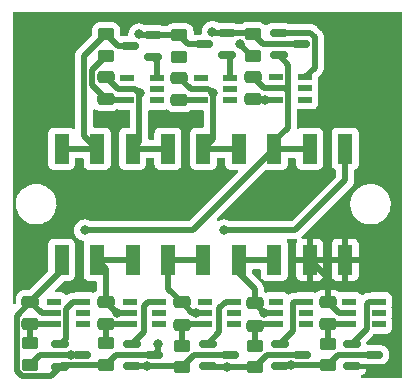
<source format=gbr>
%TF.GenerationSoftware,KiCad,Pcbnew,(6.0.0)*%
%TF.CreationDate,2022-03-28T21:02:23+02:00*%
%TF.ProjectId,BMS,424d532e-6b69-4636-9164-5f7063625858,rev?*%
%TF.SameCoordinates,Original*%
%TF.FileFunction,Copper,L1,Top*%
%TF.FilePolarity,Positive*%
%FSLAX46Y46*%
G04 Gerber Fmt 4.6, Leading zero omitted, Abs format (unit mm)*
G04 Created by KiCad (PCBNEW (6.0.0)) date 2022-03-28 21:02:23*
%MOMM*%
%LPD*%
G01*
G04 APERTURE LIST*
G04 Aperture macros list*
%AMRoundRect*
0 Rectangle with rounded corners*
0 $1 Rounding radius*
0 $2 $3 $4 $5 $6 $7 $8 $9 X,Y pos of 4 corners*
0 Add a 4 corners polygon primitive as box body*
4,1,4,$2,$3,$4,$5,$6,$7,$8,$9,$2,$3,0*
0 Add four circle primitives for the rounded corners*
1,1,$1+$1,$2,$3*
1,1,$1+$1,$4,$5*
1,1,$1+$1,$6,$7*
1,1,$1+$1,$8,$9*
0 Add four rect primitives between the rounded corners*
20,1,$1+$1,$2,$3,$4,$5,0*
20,1,$1+$1,$4,$5,$6,$7,0*
20,1,$1+$1,$6,$7,$8,$9,0*
20,1,$1+$1,$8,$9,$2,$3,0*%
G04 Aperture macros list end*
%TA.AperFunction,SMDPad,CuDef*%
%ADD10RoundRect,0.250000X0.450000X-0.262500X0.450000X0.262500X-0.450000X0.262500X-0.450000X-0.262500X0*%
%TD*%
%TA.AperFunction,SMDPad,CuDef*%
%ADD11RoundRect,0.250000X-0.450000X0.262500X-0.450000X-0.262500X0.450000X-0.262500X0.450000X0.262500X0*%
%TD*%
%TA.AperFunction,SMDPad,CuDef*%
%ADD12RoundRect,0.150000X-0.587500X-0.150000X0.587500X-0.150000X0.587500X0.150000X-0.587500X0.150000X0*%
%TD*%
%TA.AperFunction,SMDPad,CuDef*%
%ADD13RoundRect,0.150000X0.587500X0.150000X-0.587500X0.150000X-0.587500X-0.150000X0.587500X-0.150000X0*%
%TD*%
%TA.AperFunction,SMDPad,CuDef*%
%ADD14R,1.270000X2.540000*%
%TD*%
%TA.AperFunction,SMDPad,CuDef*%
%ADD15R,1.150000X0.600000*%
%TD*%
%TA.AperFunction,SMDPad,CuDef*%
%ADD16RoundRect,0.250000X0.475000X-0.250000X0.475000X0.250000X-0.475000X0.250000X-0.475000X-0.250000X0*%
%TD*%
%TA.AperFunction,ViaPad*%
%ADD17C,0.800000*%
%TD*%
%TA.AperFunction,Conductor*%
%ADD18C,0.500000*%
%TD*%
G04 APERTURE END LIST*
D10*
%TO.P,R8,1*%
%TO.N,B7*%
X117200000Y-95425000D03*
%TO.P,R8,2*%
%TO.N,Net-(C8-Pad1)*%
X117200000Y-93600000D03*
%TD*%
%TO.P,R7,1*%
%TO.N,B6*%
X111000000Y-95600000D03*
%TO.P,R7,2*%
%TO.N,Net-(C7-Pad1)*%
X111000000Y-93775000D03*
%TD*%
%TO.P,R6,1*%
%TO.N,B5*%
X104800000Y-95600000D03*
%TO.P,R6,2*%
%TO.N,Net-(C6-Pad1)*%
X104800000Y-93775000D03*
%TD*%
%TO.P,R5,1*%
%TO.N,B4*%
X98400000Y-95400000D03*
%TO.P,R5,2*%
%TO.N,Net-(C5-Pad1)*%
X98400000Y-93575000D03*
%TD*%
%TO.P,R4,1*%
%TO.N,B3*%
X92000000Y-95400000D03*
%TO.P,R4,2*%
%TO.N,Net-(C4-Pad1)*%
X92000000Y-93575000D03*
%TD*%
D11*
%TO.P,R3,1*%
%TO.N,B2*%
X110800000Y-67400000D03*
%TO.P,R3,2*%
%TO.N,Net-(C3-Pad1)*%
X110800000Y-69225000D03*
%TD*%
%TO.P,R2,1*%
%TO.N,B1*%
X104600000Y-67487500D03*
%TO.P,R2,2*%
%TO.N,Net-(C2-Pad1)*%
X104600000Y-69312500D03*
%TD*%
%TO.P,R1,1*%
%TO.N,B0*%
X98400000Y-67400000D03*
%TO.P,R1,2*%
%TO.N,Net-(C1-Pad1)*%
X98400000Y-69225000D03*
%TD*%
D12*
%TO.P,Q8,1,G*%
%TO.N,Net-(Q8-Pad1)*%
X119200000Y-93600000D03*
%TO.P,Q8,2,S*%
%TO.N,GND*%
X119200000Y-95500000D03*
%TO.P,Q8,3,D*%
%TO.N,B7*%
X121075000Y-94550000D03*
%TD*%
%TO.P,Q7,1,G*%
%TO.N,Net-(Q7-Pad1)*%
X113125000Y-93600000D03*
%TO.P,Q7,2,S*%
%TO.N,B7*%
X113125000Y-95500000D03*
%TO.P,Q7,3,D*%
%TO.N,B6*%
X115000000Y-94550000D03*
%TD*%
%TO.P,Q6,1,G*%
%TO.N,Net-(Q6-Pad1)*%
X107000000Y-93600000D03*
%TO.P,Q6,2,S*%
%TO.N,B6*%
X107000000Y-95500000D03*
%TO.P,Q6,3,D*%
%TO.N,B5*%
X108875000Y-94550000D03*
%TD*%
%TO.P,Q5,1,G*%
%TO.N,Net-(Q5-Pad1)*%
X100600000Y-93600000D03*
%TO.P,Q5,2,S*%
%TO.N,B5*%
X100600000Y-95500000D03*
%TO.P,Q5,3,D*%
%TO.N,B4*%
X102475000Y-94550000D03*
%TD*%
%TO.P,Q4,1,G*%
%TO.N,Net-(Q4-Pad1)*%
X94525000Y-93650000D03*
%TO.P,Q4,2,S*%
%TO.N,B4*%
X94525000Y-95550000D03*
%TO.P,Q4,3,D*%
%TO.N,B3*%
X96400000Y-94600000D03*
%TD*%
%TO.P,Q3,1,G*%
%TO.N,Net-(Q3-Pad1)*%
X113000000Y-67300000D03*
%TO.P,Q3,2,S*%
%TO.N,B3*%
X113000000Y-69200000D03*
%TO.P,Q3,3,D*%
%TO.N,B2*%
X114875000Y-68250000D03*
%TD*%
D13*
%TO.P,Q2,1,G*%
%TO.N,Net-(Q2-Pad1)*%
X108600000Y-69200000D03*
%TO.P,Q2,2,S*%
%TO.N,B2*%
X108600000Y-67300000D03*
%TO.P,Q2,3,D*%
%TO.N,B1*%
X106725000Y-68250000D03*
%TD*%
%TO.P,Q1,1,G*%
%TO.N,Net-(Q1-Pad1)*%
X102337500Y-69350000D03*
%TO.P,Q1,2,S*%
%TO.N,B1*%
X102337500Y-67450000D03*
%TO.P,Q1,3,D*%
%TO.N,B0*%
X100462500Y-68400000D03*
%TD*%
D14*
%TO.P,J1,1,Pin_1*%
%TO.N,B0*%
X94640000Y-77100000D03*
%TO.P,J1,2,Pin_2*%
X97640000Y-77100000D03*
%TO.P,J1,3,Pin_3*%
%TO.N,B1*%
X100640000Y-77100000D03*
%TO.P,J1,4,Pin_4*%
X103640000Y-77100000D03*
%TO.P,J1,5,Pin_5*%
%TO.N,B2*%
X106640000Y-77100000D03*
%TO.P,J1,6,Pin_6*%
X109640000Y-77100000D03*
%TO.P,J1,7,Pin_7*%
%TO.N,B3*%
X112640000Y-77100000D03*
%TO.P,J1,8,Pin_8*%
X115640000Y-77100000D03*
%TO.P,J1,9,Pin_9*%
%TO.N,B4*%
X118640000Y-77100000D03*
%TO.P,J1,10,Pin_10*%
X94640000Y-86500000D03*
%TO.P,J1,11,Pin_11*%
%TO.N,B5*%
X97640000Y-86500000D03*
%TO.P,J1,12,Pin_12*%
X100640000Y-86500000D03*
%TO.P,J1,13,Pin_13*%
%TO.N,B6*%
X103640000Y-86500000D03*
%TO.P,J1,14,Pin_14*%
X106640000Y-86500000D03*
%TO.P,J1,15,Pin_15*%
%TO.N,B7*%
X109640000Y-86500000D03*
%TO.P,J1,16,Pin_16*%
X112640000Y-86500000D03*
%TO.P,J1,17,Pin_17*%
%TO.N,GND*%
X115640000Y-86500000D03*
%TO.P,J1,18,Pin_18*%
X118640000Y-86500000D03*
%TD*%
D15*
%TO.P,IC8,1,NC_1*%
%TO.N,unconnected-(IC8-Pad1)*%
X119000000Y-90050000D03*
%TO.P,IC8,2,VDD*%
%TO.N,GND*%
X119000000Y-91000000D03*
%TO.P,IC8,3,VSS*%
%TO.N,Net-(C8-Pad1)*%
X119000000Y-91950000D03*
%TO.P,IC8,4,NC_2*%
%TO.N,unconnected-(IC8-Pad4)*%
X121500000Y-91950000D03*
%TO.P,IC8,5,NC_3*%
%TO.N,unconnected-(IC8-Pad5)*%
X121500000Y-91000000D03*
%TO.P,IC8,6,OUT*%
%TO.N,Net-(Q8-Pad1)*%
X121500000Y-90050000D03*
%TD*%
%TO.P,IC7,1,NC_1*%
%TO.N,unconnected-(IC7-Pad1)*%
X112800000Y-90050000D03*
%TO.P,IC7,2,VDD*%
%TO.N,B7*%
X112800000Y-91000000D03*
%TO.P,IC7,3,VSS*%
%TO.N,Net-(C7-Pad1)*%
X112800000Y-91950000D03*
%TO.P,IC7,4,NC_2*%
%TO.N,unconnected-(IC7-Pad4)*%
X115300000Y-91950000D03*
%TO.P,IC7,5,NC_3*%
%TO.N,unconnected-(IC7-Pad5)*%
X115300000Y-91000000D03*
%TO.P,IC7,6,OUT*%
%TO.N,Net-(Q7-Pad1)*%
X115300000Y-90050000D03*
%TD*%
%TO.P,IC6,1,NC_1*%
%TO.N,unconnected-(IC6-Pad1)*%
X106750000Y-90050000D03*
%TO.P,IC6,2,VDD*%
%TO.N,B6*%
X106750000Y-91000000D03*
%TO.P,IC6,3,VSS*%
%TO.N,Net-(C6-Pad1)*%
X106750000Y-91950000D03*
%TO.P,IC6,4,NC_2*%
%TO.N,unconnected-(IC6-Pad4)*%
X109250000Y-91950000D03*
%TO.P,IC6,5,NC_3*%
%TO.N,unconnected-(IC6-Pad5)*%
X109250000Y-91000000D03*
%TO.P,IC6,6,OUT*%
%TO.N,Net-(Q6-Pad1)*%
X109250000Y-90050000D03*
%TD*%
%TO.P,IC5,1,NC_1*%
%TO.N,unconnected-(IC5-Pad1)*%
X100400000Y-90050000D03*
%TO.P,IC5,2,VDD*%
%TO.N,B5*%
X100400000Y-91000000D03*
%TO.P,IC5,3,VSS*%
%TO.N,Net-(C5-Pad1)*%
X100400000Y-91950000D03*
%TO.P,IC5,4,NC_2*%
%TO.N,unconnected-(IC5-Pad4)*%
X102900000Y-91950000D03*
%TO.P,IC5,5,NC_3*%
%TO.N,unconnected-(IC5-Pad5)*%
X102900000Y-91000000D03*
%TO.P,IC5,6,OUT*%
%TO.N,Net-(Q5-Pad1)*%
X102900000Y-90050000D03*
%TD*%
%TO.P,IC4,1,NC_1*%
%TO.N,unconnected-(IC4-Pad1)*%
X93950000Y-90050000D03*
%TO.P,IC4,2,VDD*%
%TO.N,B4*%
X93950000Y-91000000D03*
%TO.P,IC4,3,VSS*%
%TO.N,Net-(C4-Pad1)*%
X93950000Y-91950000D03*
%TO.P,IC4,4,NC_2*%
%TO.N,unconnected-(IC4-Pad4)*%
X96450000Y-91950000D03*
%TO.P,IC4,5,NC_3*%
%TO.N,unconnected-(IC4-Pad5)*%
X96450000Y-91000000D03*
%TO.P,IC4,6,OUT*%
%TO.N,Net-(Q4-Pad1)*%
X96450000Y-90050000D03*
%TD*%
%TO.P,IC3,1,NC_1*%
%TO.N,unconnected-(IC3-Pad1)*%
X112750000Y-71050000D03*
%TO.P,IC3,2,VDD*%
%TO.N,B3*%
X112750000Y-72000000D03*
%TO.P,IC3,3,VSS*%
%TO.N,Net-(C3-Pad1)*%
X112750000Y-72950000D03*
%TO.P,IC3,4,NC_2*%
%TO.N,unconnected-(IC3-Pad4)*%
X115250000Y-72950000D03*
%TO.P,IC3,5,NC_3*%
%TO.N,unconnected-(IC3-Pad5)*%
X115250000Y-72000000D03*
%TO.P,IC3,6,OUT*%
%TO.N,Net-(Q3-Pad1)*%
X115250000Y-71050000D03*
%TD*%
%TO.P,IC2,1,NC_1*%
%TO.N,unconnected-(IC2-Pad1)*%
X106400000Y-71100000D03*
%TO.P,IC2,2,VDD*%
%TO.N,B2*%
X106400000Y-72050000D03*
%TO.P,IC2,3,VSS*%
%TO.N,Net-(C2-Pad1)*%
X106400000Y-73000000D03*
%TO.P,IC2,4,NC_2*%
%TO.N,unconnected-(IC2-Pad4)*%
X108900000Y-73000000D03*
%TO.P,IC2,5,NC_3*%
%TO.N,unconnected-(IC2-Pad5)*%
X108900000Y-72050000D03*
%TO.P,IC2,6,OUT*%
%TO.N,Net-(Q2-Pad1)*%
X108900000Y-71100000D03*
%TD*%
%TO.P,IC1,1,NC_1*%
%TO.N,unconnected-(IC1-Pad1)*%
X100200000Y-71100000D03*
%TO.P,IC1,2,VDD*%
%TO.N,B1*%
X100200000Y-72050000D03*
%TO.P,IC1,3,VSS*%
%TO.N,Net-(C1-Pad1)*%
X100200000Y-73000000D03*
%TO.P,IC1,4,NC_2*%
%TO.N,unconnected-(IC1-Pad4)*%
X102700000Y-73000000D03*
%TO.P,IC1,5,NC_3*%
%TO.N,unconnected-(IC1-Pad5)*%
X102700000Y-72050000D03*
%TO.P,IC1,6,OUT*%
%TO.N,Net-(Q1-Pad1)*%
X102700000Y-71100000D03*
%TD*%
D16*
%TO.P,C8,1*%
%TO.N,Net-(C8-Pad1)*%
X117200000Y-91950000D03*
%TO.P,C8,2*%
%TO.N,GND*%
X117200000Y-90050000D03*
%TD*%
%TO.P,C7,1*%
%TO.N,Net-(C7-Pad1)*%
X111000000Y-92100000D03*
%TO.P,C7,2*%
%TO.N,B7*%
X111000000Y-90200000D03*
%TD*%
%TO.P,C6,1*%
%TO.N,Net-(C6-Pad1)*%
X104800000Y-92000000D03*
%TO.P,C6,2*%
%TO.N,B6*%
X104800000Y-90100000D03*
%TD*%
%TO.P,C5,1*%
%TO.N,Net-(C5-Pad1)*%
X98400000Y-91950000D03*
%TO.P,C5,2*%
%TO.N,B5*%
X98400000Y-90050000D03*
%TD*%
%TO.P,C4,1*%
%TO.N,Net-(C4-Pad1)*%
X92000000Y-91950000D03*
%TO.P,C4,2*%
%TO.N,B4*%
X92000000Y-90050000D03*
%TD*%
%TO.P,C3,1*%
%TO.N,Net-(C3-Pad1)*%
X110800000Y-72900000D03*
%TO.P,C3,2*%
%TO.N,B3*%
X110800000Y-71000000D03*
%TD*%
%TO.P,C2,1*%
%TO.N,Net-(C2-Pad1)*%
X104600000Y-73000000D03*
%TO.P,C2,2*%
%TO.N,B2*%
X104600000Y-71100000D03*
%TD*%
%TO.P,C1,1*%
%TO.N,Net-(C1-Pad1)*%
X98400000Y-72900000D03*
%TO.P,C1,2*%
%TO.N,B1*%
X98400000Y-71000000D03*
%TD*%
D17*
%TO.N,GND*%
X92000000Y-66000000D03*
X122000000Y-66000000D03*
%TO.N,B4*%
X102800000Y-93600000D03*
X108400000Y-84000000D03*
%TO.N,B7*%
X114025000Y-95425000D03*
X111800000Y-91000000D03*
%TO.N,B6*%
X108600000Y-95600000D03*
X106000000Y-91000000D03*
%TO.N,B5*%
X101900000Y-95500000D03*
X99351996Y-90997059D03*
%TO.N,B3*%
X95400000Y-94550500D03*
X96600000Y-84000000D03*
%TO.N,Net-(C3-Pad1)*%
X111850000Y-72950000D03*
X109742448Y-68256244D03*
%TO.N,B2*%
X107486145Y-72386738D03*
X107400000Y-67200000D03*
%TO.N,B1*%
X101286145Y-72386738D03*
X101200000Y-67400000D03*
%TD*%
D18*
%TO.N,B4*%
X102800000Y-93600000D02*
X102800000Y-94225000D01*
X102800000Y-94225000D02*
X102475000Y-94550000D01*
X118640000Y-79760000D02*
X114400000Y-84000000D01*
X114400000Y-84000000D02*
X108400000Y-84000000D01*
X118640000Y-77100000D02*
X118640000Y-79760000D01*
%TO.N,B7*%
X114025000Y-95425000D02*
X113200000Y-95425000D01*
X117200000Y-95425000D02*
X114025000Y-95425000D01*
X112800000Y-91000000D02*
X111800000Y-91000000D01*
%TO.N,B6*%
X111000000Y-95600000D02*
X108600000Y-95600000D01*
X108600000Y-95600000D02*
X107100000Y-95600000D01*
X106750000Y-91000000D02*
X106000000Y-91000000D01*
X105700000Y-91000000D02*
X106000000Y-91000000D01*
%TO.N,B5*%
X101900000Y-95500000D02*
X104700000Y-95500000D01*
X100600000Y-95500000D02*
X101900000Y-95500000D01*
X99354937Y-91000000D02*
X99351996Y-90997059D01*
X100400000Y-91000000D02*
X99354937Y-91000000D01*
%TO.N,Net-(Q5-Pad1)*%
X101950000Y-90050000D02*
X102900000Y-90050000D01*
X101600000Y-90400000D02*
X101950000Y-90050000D01*
X101600000Y-92600000D02*
X101600000Y-90400000D01*
X100600000Y-93600000D02*
X101600000Y-92600000D01*
%TO.N,B3*%
X105740000Y-84000000D02*
X96600000Y-84000000D01*
X112640000Y-77100000D02*
X105740000Y-84000000D01*
%TO.N,Net-(C3-Pad1)*%
X111850000Y-72950000D02*
X110850000Y-72950000D01*
X112750000Y-72950000D02*
X111850000Y-72950000D01*
X110711204Y-69225000D02*
X109742448Y-68256244D01*
X110800000Y-69225000D02*
X110711204Y-69225000D01*
%TO.N,B2*%
X107500000Y-67300000D02*
X107400000Y-67200000D01*
X108600000Y-67300000D02*
X107500000Y-67300000D01*
%TO.N,B1*%
X101250000Y-67450000D02*
X101200000Y-67400000D01*
X102337500Y-67450000D02*
X101250000Y-67450000D01*
%TO.N,B6*%
X115000000Y-94550000D02*
X112050000Y-94550000D01*
X112050000Y-94550000D02*
X111000000Y-95600000D01*
%TO.N,B7*%
X113200000Y-95425000D02*
X113125000Y-95500000D01*
X118075000Y-94550000D02*
X117200000Y-95425000D01*
X121075000Y-94550000D02*
X118075000Y-94550000D01*
%TO.N,Net-(Q8-Pad1)*%
X120475489Y-90250489D02*
X120675978Y-90050000D01*
X120675978Y-90050000D02*
X121500000Y-90050000D01*
X120475489Y-92324511D02*
X120475489Y-90250489D01*
X119200000Y-93600000D02*
X120475489Y-92324511D01*
%TO.N,Net-(C8-Pad1)*%
X117200000Y-93600000D02*
X117200000Y-91950000D01*
X119000000Y-91950000D02*
X117200000Y-91950000D01*
%TO.N,GND*%
X118150000Y-91000000D02*
X117200000Y-90050000D01*
X119000000Y-91000000D02*
X118150000Y-91000000D01*
X117200000Y-88060000D02*
X115640000Y-86500000D01*
X117200000Y-90050000D02*
X117200000Y-88060000D01*
%TO.N,Net-(Q7-Pad1)*%
X114350000Y-90050000D02*
X115300000Y-90050000D01*
X114200000Y-90200000D02*
X114350000Y-90050000D01*
X114200000Y-92525000D02*
X114200000Y-90200000D01*
X113125000Y-93600000D02*
X114200000Y-92525000D01*
%TO.N,B7*%
X111000000Y-89000000D02*
X111000000Y-90200000D01*
X109640000Y-87640000D02*
X111000000Y-89000000D01*
X109640000Y-86500000D02*
X109640000Y-87640000D01*
X111800000Y-91000000D02*
X111000000Y-90200000D01*
%TO.N,Net-(C7-Pad1)*%
X111150000Y-91950000D02*
X111000000Y-92100000D01*
X112800000Y-91950000D02*
X111150000Y-91950000D01*
X111000000Y-93775000D02*
X111000000Y-92100000D01*
%TO.N,Net-(C6-Pad1)*%
X104800000Y-92000000D02*
X104800000Y-93775000D01*
X104850000Y-91950000D02*
X104800000Y-92000000D01*
X106750000Y-91950000D02*
X104850000Y-91950000D01*
%TO.N,Net-(Q6-Pad1)*%
X108550000Y-90050000D02*
X109250000Y-90050000D01*
X108000000Y-90600000D02*
X108550000Y-90050000D01*
X108000000Y-92600000D02*
X108000000Y-90600000D01*
X107000000Y-93600000D02*
X108000000Y-92600000D01*
%TO.N,B6*%
X107100000Y-95600000D02*
X107000000Y-95500000D01*
%TO.N,B5*%
X104800000Y-95600000D02*
X105850000Y-94550000D01*
X105850000Y-94550000D02*
X108875000Y-94550000D01*
%TO.N,B6*%
X103640000Y-88940000D02*
X104800000Y-90100000D01*
X103640000Y-86500000D02*
X103640000Y-88940000D01*
X104800000Y-90100000D02*
X105700000Y-91000000D01*
%TO.N,B5*%
X104700000Y-95500000D02*
X104800000Y-95600000D01*
%TO.N,B4*%
X99250000Y-94550000D02*
X98400000Y-95400000D01*
X102475000Y-94550000D02*
X99250000Y-94550000D01*
X94675000Y-95400000D02*
X94525000Y-95550000D01*
X98400000Y-95400000D02*
X94675000Y-95400000D01*
%TO.N,Net-(C5-Pad1)*%
X100400000Y-91950000D02*
X98400000Y-91950000D01*
X98400000Y-91950000D02*
X98400000Y-93575000D01*
%TO.N,B5*%
X99350000Y-91000000D02*
X98400000Y-90050000D01*
X100400000Y-91000000D02*
X99350000Y-91000000D01*
X98400000Y-87260000D02*
X97640000Y-86500000D01*
X98400000Y-90050000D02*
X98400000Y-87260000D01*
%TO.N,B4*%
X94640000Y-87410000D02*
X92000000Y-90050000D01*
X94640000Y-86500000D02*
X94640000Y-87410000D01*
X90825480Y-95927250D02*
X90825480Y-91224520D01*
X90825480Y-91224520D02*
X92000000Y-90050000D01*
X91260250Y-96362020D02*
X90825480Y-95927250D01*
X93712980Y-96362020D02*
X91260250Y-96362020D01*
X94525000Y-95550000D02*
X93712980Y-96362020D01*
%TO.N,Net-(Q4-Pad1)*%
X94974511Y-93200489D02*
X94525000Y-93650000D01*
X95625978Y-90050000D02*
X94974511Y-90701467D01*
X94974511Y-90701467D02*
X94974511Y-93200489D01*
X96450000Y-90050000D02*
X95625978Y-90050000D01*
%TO.N,B3*%
X92800000Y-94600000D02*
X92000000Y-95400000D01*
X96400000Y-94600000D02*
X92800000Y-94600000D01*
%TO.N,Net-(C4-Pad1)*%
X92000000Y-93575000D02*
X92000000Y-91950000D01*
X93950000Y-91950000D02*
X92000000Y-91950000D01*
%TO.N,B4*%
X92950000Y-91000000D02*
X92000000Y-90050000D01*
X93950000Y-91000000D02*
X92950000Y-91000000D01*
%TO.N,B0*%
X96525961Y-69274039D02*
X98400000Y-67400000D01*
X96525961Y-75985961D02*
X96525961Y-69274039D01*
X97640000Y-77100000D02*
X96525961Y-75985961D01*
%TO.N,B1*%
X101224511Y-76515489D02*
X101224511Y-72424511D01*
X101224511Y-72424511D02*
X100850000Y-72050000D01*
X100640000Y-77100000D02*
X101224511Y-76515489D01*
X100850000Y-72050000D02*
X100200000Y-72050000D01*
%TO.N,GND*%
X115640000Y-86500000D02*
X118640000Y-86500000D01*
%TO.N,B7*%
X109640000Y-86500000D02*
X112640000Y-86500000D01*
%TO.N,B6*%
X103640000Y-86500000D02*
X106640000Y-86500000D01*
%TO.N,B5*%
X100640000Y-86500000D02*
X97640000Y-86500000D01*
%TO.N,B3*%
X115640000Y-77100000D02*
X112640000Y-77100000D01*
%TO.N,B1*%
X103640000Y-77100000D02*
X100640000Y-77100000D01*
%TO.N,B0*%
X97640000Y-77100000D02*
X94640000Y-77100000D01*
%TO.N,Net-(Q1-Pad1)*%
X102700000Y-69712500D02*
X102337500Y-69350000D01*
X102700000Y-71100000D02*
X102700000Y-69712500D01*
%TO.N,Net-(Q3-Pad1)*%
X116062020Y-67662020D02*
X115700000Y-67300000D01*
X116062020Y-70237980D02*
X116062020Y-67662020D01*
X115250000Y-71050000D02*
X116062020Y-70237980D01*
X115700000Y-67300000D02*
X113000000Y-67300000D01*
%TO.N,B3*%
X113775000Y-69975000D02*
X113775000Y-72425000D01*
X113000000Y-69200000D02*
X113775000Y-69975000D01*
X113775000Y-75330000D02*
X113775000Y-72425000D01*
X113775000Y-72425000D02*
X113775000Y-72200978D01*
%TO.N,Net-(C3-Pad1)*%
X110850000Y-72950000D02*
X110800000Y-72900000D01*
%TO.N,B3*%
X111800000Y-72000000D02*
X112750000Y-72000000D01*
X110800000Y-71000000D02*
X111800000Y-72000000D01*
X113574022Y-72000000D02*
X112750000Y-72000000D01*
X112640000Y-76465000D02*
X113775000Y-75330000D01*
X113775000Y-72200978D02*
X113574022Y-72000000D01*
X112640000Y-77100000D02*
X112640000Y-76465000D01*
%TO.N,B2*%
X109640000Y-77100000D02*
X106640000Y-77100000D01*
X107050000Y-72050000D02*
X106400000Y-72050000D01*
X107424511Y-72424511D02*
X107050000Y-72050000D01*
X107424511Y-76315489D02*
X107424511Y-72424511D01*
X106640000Y-77100000D02*
X107424511Y-76315489D01*
%TO.N,B1*%
X104562500Y-67450000D02*
X104600000Y-67487500D01*
X102337500Y-67450000D02*
X104562500Y-67450000D01*
X106725000Y-68250000D02*
X105362500Y-68250000D01*
X105362500Y-68250000D02*
X104600000Y-67487500D01*
%TO.N,B2*%
X105550000Y-72050000D02*
X104600000Y-71100000D01*
X106400000Y-72050000D02*
X105550000Y-72050000D01*
%TO.N,Net-(C2-Pad1)*%
X106400000Y-73000000D02*
X104600000Y-73000000D01*
%TO.N,Net-(Q2-Pad1)*%
X108900000Y-69500000D02*
X108600000Y-69200000D01*
X108900000Y-71100000D02*
X108900000Y-69500000D01*
%TO.N,B2*%
X111650000Y-68250000D02*
X110800000Y-67400000D01*
X114875000Y-68250000D02*
X111650000Y-68250000D01*
X110700000Y-67300000D02*
X110800000Y-67400000D01*
X108600000Y-67300000D02*
X110700000Y-67300000D01*
%TO.N,B0*%
X99400000Y-68400000D02*
X98400000Y-67400000D01*
X100462500Y-68400000D02*
X99400000Y-68400000D01*
%TO.N,Net-(C1-Pad1)*%
X97225480Y-71725480D02*
X97225480Y-70399520D01*
X98400000Y-72900000D02*
X97225480Y-71725480D01*
X97225480Y-70399520D02*
X98400000Y-69225000D01*
%TO.N,B1*%
X99450000Y-72050000D02*
X100200000Y-72050000D01*
X98400000Y-71000000D02*
X99450000Y-72050000D01*
%TO.N,Net-(C1-Pad1)*%
X98500000Y-73000000D02*
X98400000Y-72900000D01*
X100200000Y-73000000D02*
X98500000Y-73000000D01*
%TD*%
%TA.AperFunction,Conductor*%
%TO.N,GND*%
G36*
X123434121Y-65528002D02*
G01*
X123480614Y-65581658D01*
X123492000Y-65634000D01*
X123492000Y-96366000D01*
X123471998Y-96434121D01*
X123418342Y-96480614D01*
X123366000Y-96492000D01*
X120116960Y-96492000D01*
X120048839Y-96471998D01*
X120002346Y-96418342D01*
X119992242Y-96348068D01*
X120021736Y-96283488D01*
X120052821Y-96257546D01*
X120187177Y-96178089D01*
X120199604Y-96168449D01*
X120305949Y-96062104D01*
X120315589Y-96049678D01*
X120392148Y-95920221D01*
X120398393Y-95905790D01*
X120437439Y-95771395D01*
X120437399Y-95757294D01*
X120430130Y-95754000D01*
X119072000Y-95754000D01*
X119003879Y-95733998D01*
X118957386Y-95680342D01*
X118946000Y-95628000D01*
X118946000Y-95434500D01*
X118966002Y-95366379D01*
X119019658Y-95319886D01*
X119072000Y-95308500D01*
X120203746Y-95308500D01*
X120238898Y-95313503D01*
X120377489Y-95353767D01*
X120377493Y-95353768D01*
X120383669Y-95355562D01*
X120390074Y-95356066D01*
X120390079Y-95356067D01*
X120418542Y-95358307D01*
X120418550Y-95358307D01*
X120420998Y-95358500D01*
X121729002Y-95358500D01*
X121731450Y-95358307D01*
X121731458Y-95358307D01*
X121759921Y-95356067D01*
X121759926Y-95356066D01*
X121766331Y-95355562D01*
X121911101Y-95313503D01*
X121918488Y-95311357D01*
X121918490Y-95311356D01*
X121926101Y-95309145D01*
X121954911Y-95292107D01*
X122062480Y-95228491D01*
X122062483Y-95228489D01*
X122069307Y-95224453D01*
X122186953Y-95106807D01*
X122190989Y-95099983D01*
X122190991Y-95099980D01*
X122267608Y-94970427D01*
X122271645Y-94963601D01*
X122318062Y-94803831D01*
X122321000Y-94766502D01*
X122321000Y-94333498D01*
X122318062Y-94296169D01*
X122271645Y-94136399D01*
X122254607Y-94107589D01*
X122190991Y-94000020D01*
X122190989Y-94000017D01*
X122186953Y-93993193D01*
X122069307Y-93875547D01*
X122062483Y-93871511D01*
X122062480Y-93871509D01*
X121932927Y-93794892D01*
X121932928Y-93794892D01*
X121926101Y-93790855D01*
X121918490Y-93788644D01*
X121918488Y-93788643D01*
X121843154Y-93766757D01*
X121766331Y-93744438D01*
X121759926Y-93743934D01*
X121759921Y-93743933D01*
X121731458Y-93741693D01*
X121731450Y-93741693D01*
X121729002Y-93741500D01*
X120572000Y-93741500D01*
X120503879Y-93721498D01*
X120457386Y-93667842D01*
X120446000Y-93615500D01*
X120446000Y-93478871D01*
X120466002Y-93410750D01*
X120482905Y-93389776D01*
X120964400Y-92908281D01*
X120978812Y-92895895D01*
X120990407Y-92887362D01*
X120990412Y-92887357D01*
X120996307Y-92883019D01*
X121001046Y-92877441D01*
X121001049Y-92877438D01*
X121030524Y-92842743D01*
X121037454Y-92835227D01*
X121043149Y-92829532D01*
X121045420Y-92826661D01*
X121045432Y-92826648D01*
X121060784Y-92807243D01*
X121063594Y-92803816D01*
X121064376Y-92802896D01*
X121123734Y-92763947D01*
X121160380Y-92758500D01*
X122123134Y-92758500D01*
X122185316Y-92751745D01*
X122321705Y-92700615D01*
X122438261Y-92613261D01*
X122525615Y-92496705D01*
X122576745Y-92360316D01*
X122583500Y-92298134D01*
X122583500Y-91601866D01*
X122576745Y-91539684D01*
X122569077Y-91519230D01*
X122563894Y-91448423D01*
X122569077Y-91430770D01*
X122576745Y-91410316D01*
X122583500Y-91348134D01*
X122583500Y-90651866D01*
X122576745Y-90589684D01*
X122569077Y-90569230D01*
X122563894Y-90498423D01*
X122569077Y-90480770D01*
X122576745Y-90460316D01*
X122583500Y-90398134D01*
X122583500Y-89701866D01*
X122576745Y-89639684D01*
X122525615Y-89503295D01*
X122438261Y-89386739D01*
X122321705Y-89299385D01*
X122185316Y-89248255D01*
X122123134Y-89241500D01*
X120876866Y-89241500D01*
X120873469Y-89241869D01*
X120822534Y-89247402D01*
X120822532Y-89247402D01*
X120814684Y-89248255D01*
X120807291Y-89251027D01*
X120807289Y-89251027D01*
X120730896Y-89279665D01*
X120696883Y-89287268D01*
X120657401Y-89290480D01*
X120649959Y-89291085D01*
X120639745Y-89291500D01*
X120631685Y-89291500D01*
X120618415Y-89293047D01*
X120603471Y-89294789D01*
X120599096Y-89295222D01*
X120533639Y-89300546D01*
X120533636Y-89300547D01*
X120526341Y-89301140D01*
X120519377Y-89303396D01*
X120513418Y-89304587D01*
X120507563Y-89305971D01*
X120500297Y-89306818D01*
X120431651Y-89331735D01*
X120427523Y-89333152D01*
X120365042Y-89353393D01*
X120365040Y-89353394D01*
X120358079Y-89355649D01*
X120351824Y-89359445D01*
X120346350Y-89361951D01*
X120340920Y-89364670D01*
X120334041Y-89367167D01*
X120273002Y-89407186D01*
X120269305Y-89409518D01*
X120269283Y-89409532D01*
X120211671Y-89444491D01*
X120211666Y-89444495D01*
X120206870Y-89447405D01*
X120198494Y-89454803D01*
X120198471Y-89454777D01*
X120195481Y-89457426D01*
X120192243Y-89460134D01*
X120186126Y-89464144D01*
X120181095Y-89469454D01*
X120175476Y-89474153D01*
X120174203Y-89472631D01*
X120121481Y-89503298D01*
X120050554Y-89500150D01*
X119990553Y-89456512D01*
X119955340Y-89409528D01*
X119938261Y-89386739D01*
X119821705Y-89299385D01*
X119685316Y-89248255D01*
X119623134Y-89241500D01*
X118376866Y-89241500D01*
X118373469Y-89241869D01*
X118322534Y-89247402D01*
X118322532Y-89247402D01*
X118314684Y-89248255D01*
X118307293Y-89251026D01*
X118307288Y-89251027D01*
X118303739Y-89252358D01*
X118300782Y-89252575D01*
X118299602Y-89252855D01*
X118299557Y-89252664D01*
X118232932Y-89257542D01*
X118170490Y-89223550D01*
X118153171Y-89206261D01*
X118141760Y-89197249D01*
X118003757Y-89112184D01*
X117990576Y-89106037D01*
X117836290Y-89054862D01*
X117822914Y-89051995D01*
X117728562Y-89042328D01*
X117722145Y-89042000D01*
X117472115Y-89042000D01*
X117456876Y-89046475D01*
X117455671Y-89047865D01*
X117454000Y-89055548D01*
X117454000Y-90178000D01*
X117433998Y-90246121D01*
X117380342Y-90292614D01*
X117328000Y-90304000D01*
X117072000Y-90304000D01*
X117003879Y-90283998D01*
X116957386Y-90230342D01*
X116946000Y-90178000D01*
X116946000Y-89060116D01*
X116941525Y-89044877D01*
X116940135Y-89043672D01*
X116932452Y-89042001D01*
X116677905Y-89042001D01*
X116671386Y-89042338D01*
X116575794Y-89052257D01*
X116562400Y-89055149D01*
X116408216Y-89106588D01*
X116395038Y-89112761D01*
X116257193Y-89198063D01*
X116245792Y-89207099D01*
X116202331Y-89250636D01*
X116140049Y-89284715D01*
X116068929Y-89279600D01*
X115985316Y-89248255D01*
X115923134Y-89241500D01*
X114676866Y-89241500D01*
X114673469Y-89241869D01*
X114622534Y-89247402D01*
X114622532Y-89247402D01*
X114614684Y-89248255D01*
X114607291Y-89251027D01*
X114607289Y-89251027D01*
X114520716Y-89283482D01*
X114476487Y-89291500D01*
X114417070Y-89291500D01*
X114398120Y-89290067D01*
X114383885Y-89287901D01*
X114383881Y-89287901D01*
X114376651Y-89286801D01*
X114369359Y-89287394D01*
X114369356Y-89287394D01*
X114323982Y-89291085D01*
X114313767Y-89291500D01*
X114305707Y-89291500D01*
X114292437Y-89293047D01*
X114277493Y-89294789D01*
X114273118Y-89295222D01*
X114207661Y-89300546D01*
X114207658Y-89300547D01*
X114200363Y-89301140D01*
X114193399Y-89303396D01*
X114187440Y-89304587D01*
X114181585Y-89305971D01*
X114174319Y-89306818D01*
X114105673Y-89331735D01*
X114101545Y-89333152D01*
X114039064Y-89353393D01*
X114039062Y-89353394D01*
X114032101Y-89355649D01*
X114025846Y-89359445D01*
X114020372Y-89361951D01*
X114014942Y-89364670D01*
X114008063Y-89367167D01*
X114001943Y-89371180D01*
X114001942Y-89371180D01*
X113947024Y-89407186D01*
X113943305Y-89409532D01*
X113911777Y-89428664D01*
X113843164Y-89446904D01*
X113775581Y-89425153D01*
X113745586Y-89396513D01*
X113743641Y-89393918D01*
X113738261Y-89386739D01*
X113621705Y-89299385D01*
X113485316Y-89248255D01*
X113423134Y-89241500D01*
X112176866Y-89241500D01*
X112114684Y-89248255D01*
X111980669Y-89298495D01*
X111979210Y-89299042D01*
X111978295Y-89299385D01*
X111978167Y-89299042D01*
X111914476Y-89312972D01*
X111857209Y-89294543D01*
X111818384Y-89270611D01*
X111770891Y-89217839D01*
X111758500Y-89163351D01*
X111758500Y-89067063D01*
X111759933Y-89048114D01*
X111760609Y-89043672D01*
X111763198Y-89026651D01*
X111762404Y-89016882D01*
X111758915Y-88973991D01*
X111758500Y-88963777D01*
X111758500Y-88955707D01*
X111758078Y-88952087D01*
X111758077Y-88952069D01*
X111755208Y-88927461D01*
X111754775Y-88923086D01*
X111754577Y-88920644D01*
X111748860Y-88850363D01*
X111746604Y-88843399D01*
X111745413Y-88837440D01*
X111744029Y-88831585D01*
X111743182Y-88824319D01*
X111718265Y-88755673D01*
X111716848Y-88751545D01*
X111696607Y-88689064D01*
X111696606Y-88689062D01*
X111694351Y-88682101D01*
X111690555Y-88675846D01*
X111688049Y-88670372D01*
X111685330Y-88664942D01*
X111682833Y-88658063D01*
X111642809Y-88597016D01*
X111640472Y-88593312D01*
X111605509Y-88535693D01*
X111605505Y-88535688D01*
X111602595Y-88530892D01*
X111595197Y-88522516D01*
X111595223Y-88522493D01*
X111592574Y-88519503D01*
X111589866Y-88516264D01*
X111585856Y-88510148D01*
X111580549Y-88505121D01*
X111580546Y-88505117D01*
X111529617Y-88456872D01*
X111527175Y-88454494D01*
X110820405Y-87747724D01*
X110786379Y-87685412D01*
X110783500Y-87658629D01*
X110783500Y-87384500D01*
X110803502Y-87316379D01*
X110857158Y-87269886D01*
X110909500Y-87258500D01*
X111370500Y-87258500D01*
X111438621Y-87278502D01*
X111485114Y-87332158D01*
X111496500Y-87384500D01*
X111496500Y-87818134D01*
X111503255Y-87880316D01*
X111554385Y-88016705D01*
X111641739Y-88133261D01*
X111758295Y-88220615D01*
X111894684Y-88271745D01*
X111956866Y-88278500D01*
X113323134Y-88278500D01*
X113385316Y-88271745D01*
X113521705Y-88220615D01*
X113638261Y-88133261D01*
X113725615Y-88016705D01*
X113776745Y-87880316D01*
X113783500Y-87818134D01*
X113783500Y-87814669D01*
X114497001Y-87814669D01*
X114497371Y-87821490D01*
X114502895Y-87872352D01*
X114506521Y-87887604D01*
X114551676Y-88008054D01*
X114560214Y-88023649D01*
X114636715Y-88125724D01*
X114649276Y-88138285D01*
X114751351Y-88214786D01*
X114766946Y-88223324D01*
X114887394Y-88268478D01*
X114902649Y-88272105D01*
X114953514Y-88277631D01*
X114960328Y-88278000D01*
X115367885Y-88278000D01*
X115383124Y-88273525D01*
X115384329Y-88272135D01*
X115386000Y-88264452D01*
X115386000Y-88259884D01*
X115894000Y-88259884D01*
X115898475Y-88275123D01*
X115899865Y-88276328D01*
X115907548Y-88277999D01*
X116319669Y-88277999D01*
X116326490Y-88277629D01*
X116377352Y-88272105D01*
X116392604Y-88268479D01*
X116513054Y-88223324D01*
X116528649Y-88214786D01*
X116630724Y-88138285D01*
X116643285Y-88125724D01*
X116719786Y-88023649D01*
X116728324Y-88008054D01*
X116773478Y-87887606D01*
X116777105Y-87872351D01*
X116782631Y-87821486D01*
X116783000Y-87814672D01*
X116783000Y-87814669D01*
X117497001Y-87814669D01*
X117497371Y-87821490D01*
X117502895Y-87872352D01*
X117506521Y-87887604D01*
X117551676Y-88008054D01*
X117560214Y-88023649D01*
X117636715Y-88125724D01*
X117649276Y-88138285D01*
X117751351Y-88214786D01*
X117766946Y-88223324D01*
X117887394Y-88268478D01*
X117902649Y-88272105D01*
X117953514Y-88277631D01*
X117960328Y-88278000D01*
X118367885Y-88278000D01*
X118383124Y-88273525D01*
X118384329Y-88272135D01*
X118386000Y-88264452D01*
X118386000Y-88259884D01*
X118894000Y-88259884D01*
X118898475Y-88275123D01*
X118899865Y-88276328D01*
X118907548Y-88277999D01*
X119319669Y-88277999D01*
X119326490Y-88277629D01*
X119377352Y-88272105D01*
X119392604Y-88268479D01*
X119513054Y-88223324D01*
X119528649Y-88214786D01*
X119630724Y-88138285D01*
X119643285Y-88125724D01*
X119719786Y-88023649D01*
X119728324Y-88008054D01*
X119773478Y-87887606D01*
X119777105Y-87872351D01*
X119782631Y-87821486D01*
X119783000Y-87814672D01*
X119783000Y-86772115D01*
X119778525Y-86756876D01*
X119777135Y-86755671D01*
X119769452Y-86754000D01*
X118912115Y-86754000D01*
X118896876Y-86758475D01*
X118895671Y-86759865D01*
X118894000Y-86767548D01*
X118894000Y-88259884D01*
X118386000Y-88259884D01*
X118386000Y-86772115D01*
X118381525Y-86756876D01*
X118380135Y-86755671D01*
X118372452Y-86754000D01*
X117515116Y-86754000D01*
X117499877Y-86758475D01*
X117498672Y-86759865D01*
X117497001Y-86767548D01*
X117497001Y-87814669D01*
X116783000Y-87814669D01*
X116783000Y-86772115D01*
X116778525Y-86756876D01*
X116777135Y-86755671D01*
X116769452Y-86754000D01*
X115912115Y-86754000D01*
X115896876Y-86758475D01*
X115895671Y-86759865D01*
X115894000Y-86767548D01*
X115894000Y-88259884D01*
X115386000Y-88259884D01*
X115386000Y-86772115D01*
X115381525Y-86756876D01*
X115380135Y-86755671D01*
X115372452Y-86754000D01*
X114515116Y-86754000D01*
X114499877Y-86758475D01*
X114498672Y-86759865D01*
X114497001Y-86767548D01*
X114497001Y-87814669D01*
X113783500Y-87814669D01*
X113783500Y-85181866D01*
X113776745Y-85119684D01*
X113725615Y-84983295D01*
X113708205Y-84960065D01*
X113683357Y-84893559D01*
X113698410Y-84824176D01*
X113748584Y-84773946D01*
X113809031Y-84758500D01*
X114332930Y-84758500D01*
X114351880Y-84759933D01*
X114366115Y-84762099D01*
X114366119Y-84762099D01*
X114373349Y-84763199D01*
X114380641Y-84762606D01*
X114380644Y-84762606D01*
X114426018Y-84758915D01*
X114436233Y-84758500D01*
X114444293Y-84758500D01*
X114447928Y-84758076D01*
X114447932Y-84758076D01*
X114452637Y-84757527D01*
X114458916Y-84756795D01*
X114528893Y-84768773D01*
X114581288Y-84816683D01*
X114599462Y-84885314D01*
X114574334Y-84957511D01*
X114560214Y-84976352D01*
X114551676Y-84991946D01*
X114506522Y-85112394D01*
X114502895Y-85127649D01*
X114497369Y-85178514D01*
X114497000Y-85185328D01*
X114497000Y-86227885D01*
X114501475Y-86243124D01*
X114502865Y-86244329D01*
X114510548Y-86246000D01*
X115367885Y-86246000D01*
X115383124Y-86241525D01*
X115384329Y-86240135D01*
X115386000Y-86232452D01*
X115386000Y-86227885D01*
X115894000Y-86227885D01*
X115898475Y-86243124D01*
X115899865Y-86244329D01*
X115907548Y-86246000D01*
X116764884Y-86246000D01*
X116780123Y-86241525D01*
X116781328Y-86240135D01*
X116782999Y-86232452D01*
X116782999Y-86227885D01*
X117497000Y-86227885D01*
X117501475Y-86243124D01*
X117502865Y-86244329D01*
X117510548Y-86246000D01*
X118367885Y-86246000D01*
X118383124Y-86241525D01*
X118384329Y-86240135D01*
X118386000Y-86232452D01*
X118386000Y-86227885D01*
X118894000Y-86227885D01*
X118898475Y-86243124D01*
X118899865Y-86244329D01*
X118907548Y-86246000D01*
X119764884Y-86246000D01*
X119780123Y-86241525D01*
X119781328Y-86240135D01*
X119782999Y-86232452D01*
X119782999Y-85185331D01*
X119782629Y-85178510D01*
X119777105Y-85127648D01*
X119773479Y-85112396D01*
X119728324Y-84991946D01*
X119719786Y-84976351D01*
X119643285Y-84874276D01*
X119630724Y-84861715D01*
X119528649Y-84785214D01*
X119513054Y-84776676D01*
X119392606Y-84731522D01*
X119377351Y-84727895D01*
X119326486Y-84722369D01*
X119319672Y-84722000D01*
X118912115Y-84722000D01*
X118896876Y-84726475D01*
X118895671Y-84727865D01*
X118894000Y-84735548D01*
X118894000Y-86227885D01*
X118386000Y-86227885D01*
X118386000Y-84740116D01*
X118381525Y-84724877D01*
X118380135Y-84723672D01*
X118372452Y-84722001D01*
X117960331Y-84722001D01*
X117953510Y-84722371D01*
X117902648Y-84727895D01*
X117887396Y-84731521D01*
X117766946Y-84776676D01*
X117751351Y-84785214D01*
X117649276Y-84861715D01*
X117636715Y-84874276D01*
X117560214Y-84976351D01*
X117551676Y-84991946D01*
X117506522Y-85112394D01*
X117502895Y-85127649D01*
X117497369Y-85178514D01*
X117497000Y-85185328D01*
X117497000Y-86227885D01*
X116782999Y-86227885D01*
X116782999Y-85185331D01*
X116782629Y-85178510D01*
X116777105Y-85127648D01*
X116773479Y-85112396D01*
X116728324Y-84991946D01*
X116719786Y-84976351D01*
X116643285Y-84874276D01*
X116630724Y-84861715D01*
X116528649Y-84785214D01*
X116513054Y-84776676D01*
X116392606Y-84731522D01*
X116377351Y-84727895D01*
X116326486Y-84722369D01*
X116319672Y-84722000D01*
X115912115Y-84722000D01*
X115896876Y-84726475D01*
X115895671Y-84727865D01*
X115894000Y-84735548D01*
X115894000Y-86227885D01*
X115386000Y-86227885D01*
X115386000Y-84740116D01*
X115381525Y-84724877D01*
X115380135Y-84723672D01*
X115372452Y-84722001D01*
X115054870Y-84722001D01*
X114986749Y-84701999D01*
X114940256Y-84648343D01*
X114930152Y-84578069D01*
X114959646Y-84513489D01*
X114965775Y-84506906D01*
X117762623Y-81710058D01*
X119073812Y-81710058D01*
X119073925Y-81714836D01*
X119077939Y-81885164D01*
X119079954Y-81970685D01*
X119080788Y-81975390D01*
X119112284Y-82153104D01*
X119125448Y-82227384D01*
X119209247Y-82474248D01*
X119329423Y-82705596D01*
X119483210Y-82916104D01*
X119667069Y-83100929D01*
X119670908Y-83103764D01*
X119670912Y-83103768D01*
X119872926Y-83252977D01*
X119872930Y-83252980D01*
X119876769Y-83255815D01*
X119881001Y-83258041D01*
X119881000Y-83258041D01*
X120101807Y-83374214D01*
X120107484Y-83377201D01*
X120112005Y-83378762D01*
X120341908Y-83458148D01*
X120353906Y-83462291D01*
X120358612Y-83463150D01*
X120358614Y-83463151D01*
X120389403Y-83468774D01*
X120610363Y-83509129D01*
X120693770Y-83513500D01*
X120856295Y-83513500D01*
X120858674Y-83513319D01*
X120858675Y-83513319D01*
X121045181Y-83499132D01*
X121045186Y-83499131D01*
X121049948Y-83498769D01*
X121054601Y-83497690D01*
X121054604Y-83497690D01*
X121299250Y-83440984D01*
X121299249Y-83440984D01*
X121303914Y-83439903D01*
X121546054Y-83343299D01*
X121770796Y-83211180D01*
X121972967Y-83046587D01*
X122147915Y-82853307D01*
X122291615Y-82635788D01*
X122368174Y-82469720D01*
X122398753Y-82403388D01*
X122398754Y-82403385D01*
X122400759Y-82399036D01*
X122472837Y-82148499D01*
X122506188Y-81889942D01*
X122502932Y-81751780D01*
X122500159Y-81634095D01*
X122500159Y-81634090D01*
X122500046Y-81629315D01*
X122468533Y-81451501D01*
X122455386Y-81377320D01*
X122455385Y-81377316D01*
X122454552Y-81372616D01*
X122370753Y-81125752D01*
X122250577Y-80894404D01*
X122096790Y-80683896D01*
X121912931Y-80499071D01*
X121909092Y-80496236D01*
X121909088Y-80496232D01*
X121707074Y-80347023D01*
X121707070Y-80347020D01*
X121703231Y-80344185D01*
X121547317Y-80262154D01*
X121476751Y-80225027D01*
X121476749Y-80225026D01*
X121472516Y-80222799D01*
X121324793Y-80171790D01*
X121230618Y-80139271D01*
X121230616Y-80139271D01*
X121226094Y-80137709D01*
X121221388Y-80136850D01*
X121221386Y-80136849D01*
X121161634Y-80125936D01*
X120969637Y-80090871D01*
X120886230Y-80086500D01*
X120723705Y-80086500D01*
X120721326Y-80086681D01*
X120721325Y-80086681D01*
X120534819Y-80100868D01*
X120534814Y-80100869D01*
X120530052Y-80101231D01*
X120525399Y-80102310D01*
X120525396Y-80102310D01*
X120376385Y-80136849D01*
X120276086Y-80160097D01*
X120033946Y-80256701D01*
X119809204Y-80388820D01*
X119607033Y-80553413D01*
X119432085Y-80746693D01*
X119288385Y-80964212D01*
X119286384Y-80968552D01*
X119286382Y-80968556D01*
X119181247Y-81196612D01*
X119179241Y-81200964D01*
X119107163Y-81451501D01*
X119073812Y-81710058D01*
X117762623Y-81710058D01*
X119128911Y-80343770D01*
X119143323Y-80331384D01*
X119154918Y-80322851D01*
X119154923Y-80322846D01*
X119160818Y-80318508D01*
X119165557Y-80312930D01*
X119165560Y-80312927D01*
X119195035Y-80278232D01*
X119201965Y-80270716D01*
X119207661Y-80265020D01*
X119209924Y-80262159D01*
X119209929Y-80262154D01*
X119225293Y-80242734D01*
X119228082Y-80239333D01*
X119270592Y-80189296D01*
X119270594Y-80189294D01*
X119275333Y-80183715D01*
X119278662Y-80177195D01*
X119282028Y-80172148D01*
X119285193Y-80167024D01*
X119289735Y-80161283D01*
X119320637Y-80095164D01*
X119322565Y-80091218D01*
X119352442Y-80032708D01*
X119352443Y-80032706D01*
X119355769Y-80026192D01*
X119357508Y-80019086D01*
X119359609Y-80013436D01*
X119361524Y-80007679D01*
X119364622Y-80001050D01*
X119379491Y-79929565D01*
X119380461Y-79925282D01*
X119396473Y-79859844D01*
X119397808Y-79854390D01*
X119398500Y-79843236D01*
X119398535Y-79843238D01*
X119398775Y-79839266D01*
X119399152Y-79835045D01*
X119400641Y-79827885D01*
X119398546Y-79750458D01*
X119398500Y-79747050D01*
X119398500Y-78954130D01*
X119418502Y-78886009D01*
X119472158Y-78839516D01*
X119480271Y-78836148D01*
X119513295Y-78823768D01*
X119513296Y-78823767D01*
X119521705Y-78820615D01*
X119638261Y-78733261D01*
X119725615Y-78616705D01*
X119776745Y-78480316D01*
X119783500Y-78418134D01*
X119783500Y-75781866D01*
X119776745Y-75719684D01*
X119725615Y-75583295D01*
X119638261Y-75466739D01*
X119521705Y-75379385D01*
X119385316Y-75328255D01*
X119323134Y-75321500D01*
X117956866Y-75321500D01*
X117894684Y-75328255D01*
X117758295Y-75379385D01*
X117641739Y-75466739D01*
X117554385Y-75583295D01*
X117503255Y-75719684D01*
X117496500Y-75781866D01*
X117496500Y-78418134D01*
X117503255Y-78480316D01*
X117554385Y-78616705D01*
X117641739Y-78733261D01*
X117758295Y-78820615D01*
X117766704Y-78823767D01*
X117766705Y-78823768D01*
X117799729Y-78836148D01*
X117856494Y-78878789D01*
X117881194Y-78945350D01*
X117881500Y-78954130D01*
X117881500Y-79393629D01*
X117861498Y-79461750D01*
X117844595Y-79482724D01*
X114122724Y-83204595D01*
X114060412Y-83238621D01*
X114033629Y-83241500D01*
X108942587Y-83241500D01*
X108868528Y-83217437D01*
X108862098Y-83212765D01*
X108862091Y-83212761D01*
X108856752Y-83208882D01*
X108850724Y-83206198D01*
X108850722Y-83206197D01*
X108688319Y-83133891D01*
X108688318Y-83133891D01*
X108682288Y-83131206D01*
X108588888Y-83111353D01*
X108501944Y-83092872D01*
X108501939Y-83092872D01*
X108495487Y-83091500D01*
X108304513Y-83091500D01*
X108298061Y-83092872D01*
X108298056Y-83092872D01*
X108211112Y-83111353D01*
X108117712Y-83131206D01*
X108111685Y-83133889D01*
X108111677Y-83133892D01*
X107952435Y-83204791D01*
X107882068Y-83214225D01*
X107817771Y-83184118D01*
X107779958Y-83124029D01*
X107780634Y-83053036D01*
X107812092Y-83000589D01*
X111897276Y-78915405D01*
X111959588Y-78881379D01*
X111986371Y-78878500D01*
X113323134Y-78878500D01*
X113385316Y-78871745D01*
X113521705Y-78820615D01*
X113638261Y-78733261D01*
X113725615Y-78616705D01*
X113776745Y-78480316D01*
X113783500Y-78418134D01*
X113783500Y-77984500D01*
X113803502Y-77916379D01*
X113857158Y-77869886D01*
X113909500Y-77858500D01*
X114370500Y-77858500D01*
X114438621Y-77878502D01*
X114485114Y-77932158D01*
X114496500Y-77984500D01*
X114496500Y-78418134D01*
X114503255Y-78480316D01*
X114554385Y-78616705D01*
X114641739Y-78733261D01*
X114758295Y-78820615D01*
X114894684Y-78871745D01*
X114956866Y-78878500D01*
X116323134Y-78878500D01*
X116385316Y-78871745D01*
X116521705Y-78820615D01*
X116638261Y-78733261D01*
X116725615Y-78616705D01*
X116776745Y-78480316D01*
X116783500Y-78418134D01*
X116783500Y-75781866D01*
X116776745Y-75719684D01*
X116725615Y-75583295D01*
X116638261Y-75466739D01*
X116521705Y-75379385D01*
X116385316Y-75328255D01*
X116323134Y-75321500D01*
X114956866Y-75321500D01*
X114894684Y-75328255D01*
X114758295Y-75379385D01*
X114735065Y-75396795D01*
X114668559Y-75421643D01*
X114599176Y-75406590D01*
X114548946Y-75356416D01*
X114533500Y-75295969D01*
X114533500Y-73884500D01*
X114553502Y-73816379D01*
X114607158Y-73769886D01*
X114659500Y-73758500D01*
X115873134Y-73758500D01*
X115935316Y-73751745D01*
X116071705Y-73700615D01*
X116188261Y-73613261D01*
X116275615Y-73496705D01*
X116326745Y-73360316D01*
X116333500Y-73298134D01*
X116333500Y-72601866D01*
X116326745Y-72539684D01*
X116319077Y-72519230D01*
X116313894Y-72448423D01*
X116319077Y-72430770D01*
X116326745Y-72410316D01*
X116333500Y-72348134D01*
X116333500Y-71651866D01*
X116326745Y-71589684D01*
X116319077Y-71569230D01*
X116313894Y-71498423D01*
X116319077Y-71480770D01*
X116320026Y-71478238D01*
X116326745Y-71460316D01*
X116333500Y-71398134D01*
X116333500Y-71091371D01*
X116353502Y-71023250D01*
X116370405Y-71002276D01*
X116550931Y-70821750D01*
X116565343Y-70809364D01*
X116576938Y-70800831D01*
X116576943Y-70800826D01*
X116582838Y-70796488D01*
X116587577Y-70790910D01*
X116587580Y-70790907D01*
X116617055Y-70756212D01*
X116623985Y-70748696D01*
X116629681Y-70743000D01*
X116631944Y-70740139D01*
X116631949Y-70740134D01*
X116647313Y-70720714D01*
X116650102Y-70717313D01*
X116666900Y-70697540D01*
X116697353Y-70661695D01*
X116700679Y-70655182D01*
X116704040Y-70650143D01*
X116707216Y-70645001D01*
X116711754Y-70639264D01*
X116742675Y-70573105D01*
X116744581Y-70569205D01*
X116752705Y-70553295D01*
X116777789Y-70504172D01*
X116779528Y-70497063D01*
X116781624Y-70491429D01*
X116783543Y-70485659D01*
X116786642Y-70479030D01*
X116793946Y-70443919D01*
X116801510Y-70407551D01*
X116802481Y-70403262D01*
X116812386Y-70362784D01*
X116819828Y-70332370D01*
X116820243Y-70325690D01*
X116820520Y-70321216D01*
X116820555Y-70321218D01*
X116820795Y-70317246D01*
X116821172Y-70313025D01*
X116822661Y-70305865D01*
X116820566Y-70228438D01*
X116820520Y-70225030D01*
X116820520Y-67729090D01*
X116821953Y-67710140D01*
X116824119Y-67695905D01*
X116824119Y-67695901D01*
X116825219Y-67688671D01*
X116820935Y-67636002D01*
X116820520Y-67625787D01*
X116820520Y-67617727D01*
X116817229Y-67589500D01*
X116816798Y-67585141D01*
X116811474Y-67519682D01*
X116811473Y-67519679D01*
X116810880Y-67512384D01*
X116808624Y-67505420D01*
X116807437Y-67499481D01*
X116806050Y-67493610D01*
X116805202Y-67486339D01*
X116802706Y-67479463D01*
X116802704Y-67479454D01*
X116780295Y-67417722D01*
X116778885Y-67413618D01*
X116756372Y-67344121D01*
X116752576Y-67337866D01*
X116750077Y-67332407D01*
X116747349Y-67326959D01*
X116744853Y-67320083D01*
X116704825Y-67259030D01*
X116702501Y-67255347D01*
X116667520Y-67197700D01*
X116667519Y-67197699D01*
X116664615Y-67192913D01*
X116657218Y-67184537D01*
X116657245Y-67184513D01*
X116654590Y-67181519D01*
X116651888Y-67178288D01*
X116647876Y-67172168D01*
X116591637Y-67118892D01*
X116589195Y-67116514D01*
X116283770Y-66811089D01*
X116271384Y-66796677D01*
X116262851Y-66785082D01*
X116262846Y-66785077D01*
X116258508Y-66779182D01*
X116252930Y-66774443D01*
X116252927Y-66774440D01*
X116218232Y-66744965D01*
X116210716Y-66738035D01*
X116205021Y-66732340D01*
X116185949Y-66717251D01*
X116182749Y-66714719D01*
X116179345Y-66711928D01*
X116129297Y-66669409D01*
X116129295Y-66669408D01*
X116123715Y-66664667D01*
X116117199Y-66661339D01*
X116112150Y-66657972D01*
X116107021Y-66654805D01*
X116101284Y-66650266D01*
X116035125Y-66619345D01*
X116031225Y-66617439D01*
X116031221Y-66617437D01*
X115966192Y-66584231D01*
X115959084Y-66582492D01*
X115953441Y-66580393D01*
X115947678Y-66578476D01*
X115941050Y-66575378D01*
X115869583Y-66560513D01*
X115865299Y-66559543D01*
X115794390Y-66542192D01*
X115788788Y-66541844D01*
X115788785Y-66541844D01*
X115783236Y-66541500D01*
X115783238Y-66541464D01*
X115779245Y-66541225D01*
X115775053Y-66540851D01*
X115767885Y-66539360D01*
X115712622Y-66540855D01*
X115690479Y-66541454D01*
X115687072Y-66541500D01*
X113871254Y-66541500D01*
X113836102Y-66536497D01*
X113697511Y-66496233D01*
X113697507Y-66496232D01*
X113691331Y-66494438D01*
X113684926Y-66493934D01*
X113684921Y-66493933D01*
X113656458Y-66491693D01*
X113656450Y-66491693D01*
X113654002Y-66491500D01*
X112345998Y-66491500D01*
X112343550Y-66491693D01*
X112343542Y-66491693D01*
X112315079Y-66493933D01*
X112315074Y-66493934D01*
X112308669Y-66494438D01*
X112216780Y-66521134D01*
X112156512Y-66538643D01*
X112156510Y-66538644D01*
X112148899Y-66540855D01*
X112142072Y-66544892D01*
X112142073Y-66544892D01*
X112012520Y-66621509D01*
X112012517Y-66621511D01*
X112005693Y-66625547D01*
X111997353Y-66633887D01*
X111994685Y-66635344D01*
X111993825Y-66636011D01*
X111993717Y-66635872D01*
X111935041Y-66667913D01*
X111864226Y-66662848D01*
X111819240Y-66633965D01*
X111728483Y-66543366D01*
X111723303Y-66538195D01*
X111689326Y-66517251D01*
X111578968Y-66449225D01*
X111578966Y-66449224D01*
X111572738Y-66445385D01*
X111412254Y-66392155D01*
X111411389Y-66391868D01*
X111411387Y-66391868D01*
X111404861Y-66389703D01*
X111398025Y-66389003D01*
X111398022Y-66389002D01*
X111354969Y-66384591D01*
X111300400Y-66379000D01*
X110299600Y-66379000D01*
X110296354Y-66379337D01*
X110296350Y-66379337D01*
X110200692Y-66389262D01*
X110200688Y-66389263D01*
X110193834Y-66389974D01*
X110187298Y-66392155D01*
X110187296Y-66392155D01*
X110137160Y-66408882D01*
X110026054Y-66445950D01*
X110019822Y-66449806D01*
X110019823Y-66449806D01*
X109902118Y-66522644D01*
X109835815Y-66541500D01*
X109471254Y-66541500D01*
X109436102Y-66536497D01*
X109297511Y-66496233D01*
X109297507Y-66496232D01*
X109291331Y-66494438D01*
X109284926Y-66493934D01*
X109284921Y-66493933D01*
X109256458Y-66491693D01*
X109256450Y-66491693D01*
X109254002Y-66491500D01*
X108011405Y-66491500D01*
X107943284Y-66471498D01*
X107937344Y-66467436D01*
X107862094Y-66412763D01*
X107862093Y-66412762D01*
X107856752Y-66408882D01*
X107850724Y-66406198D01*
X107850722Y-66406197D01*
X107688319Y-66333891D01*
X107688318Y-66333891D01*
X107682288Y-66331206D01*
X107588888Y-66311353D01*
X107501944Y-66292872D01*
X107501939Y-66292872D01*
X107495487Y-66291500D01*
X107304513Y-66291500D01*
X107298061Y-66292872D01*
X107298056Y-66292872D01*
X107211112Y-66311353D01*
X107117712Y-66331206D01*
X107111682Y-66333891D01*
X107111681Y-66333891D01*
X106949278Y-66406197D01*
X106949276Y-66406198D01*
X106943248Y-66408882D01*
X106788747Y-66521134D01*
X106784326Y-66526044D01*
X106784325Y-66526045D01*
X106665538Y-66657972D01*
X106660960Y-66663056D01*
X106627429Y-66721134D01*
X106579387Y-66804345D01*
X106565473Y-66828444D01*
X106506458Y-67010072D01*
X106505768Y-67016633D01*
X106505768Y-67016635D01*
X106504527Y-67028444D01*
X106486496Y-67200000D01*
X106487186Y-67206565D01*
X106497251Y-67302330D01*
X106484479Y-67372168D01*
X106435977Y-67424015D01*
X106371941Y-67441500D01*
X106070998Y-67441500D01*
X106068550Y-67441693D01*
X106068542Y-67441693D01*
X106040079Y-67443933D01*
X106040074Y-67443934D01*
X106033669Y-67444438D01*
X106027493Y-67446232D01*
X106027489Y-67446233D01*
X105969652Y-67463036D01*
X105898656Y-67462833D01*
X105839040Y-67424279D01*
X105809732Y-67359614D01*
X105808500Y-67342039D01*
X105808500Y-67174600D01*
X105802720Y-67118892D01*
X105798238Y-67075692D01*
X105798237Y-67075688D01*
X105797526Y-67068834D01*
X105782142Y-67022721D01*
X105743868Y-66908002D01*
X105741550Y-66901054D01*
X105648478Y-66750652D01*
X105523303Y-66625695D01*
X105511517Y-66618430D01*
X105378968Y-66536725D01*
X105378966Y-66536724D01*
X105372738Y-66532885D01*
X105262235Y-66496233D01*
X105211389Y-66479368D01*
X105211387Y-66479368D01*
X105204861Y-66477203D01*
X105198025Y-66476503D01*
X105198022Y-66476502D01*
X105149180Y-66471498D01*
X105100400Y-66466500D01*
X104099600Y-66466500D01*
X104096354Y-66466837D01*
X104096350Y-66466837D01*
X104000692Y-66476762D01*
X104000688Y-66476763D01*
X103993834Y-66477474D01*
X103987298Y-66479655D01*
X103987296Y-66479655D01*
X103874608Y-66517251D01*
X103826054Y-66533450D01*
X103675652Y-66626522D01*
X103670479Y-66631704D01*
X103670474Y-66631708D01*
X103647705Y-66654517D01*
X103585423Y-66688597D01*
X103558532Y-66691500D01*
X103208754Y-66691500D01*
X103173602Y-66686497D01*
X103035011Y-66646233D01*
X103035007Y-66646232D01*
X103028831Y-66644438D01*
X103022426Y-66643934D01*
X103022421Y-66643933D01*
X102993958Y-66641693D01*
X102993950Y-66641693D01*
X102991502Y-66641500D01*
X101742587Y-66641500D01*
X101668528Y-66617437D01*
X101662098Y-66612765D01*
X101662091Y-66612761D01*
X101656752Y-66608882D01*
X101650724Y-66606198D01*
X101650722Y-66606197D01*
X101488319Y-66533891D01*
X101488318Y-66533891D01*
X101482288Y-66531206D01*
X101388887Y-66511353D01*
X101301944Y-66492872D01*
X101301939Y-66492872D01*
X101295487Y-66491500D01*
X101104513Y-66491500D01*
X101098061Y-66492872D01*
X101098056Y-66492872D01*
X101011113Y-66511353D01*
X100917712Y-66531206D01*
X100911682Y-66533891D01*
X100911681Y-66533891D01*
X100749278Y-66606197D01*
X100749276Y-66606198D01*
X100743248Y-66608882D01*
X100737907Y-66612762D01*
X100737906Y-66612763D01*
X100705908Y-66636011D01*
X100588747Y-66721134D01*
X100584326Y-66726044D01*
X100584325Y-66726045D01*
X100510054Y-66808532D01*
X100460960Y-66863056D01*
X100402686Y-66963990D01*
X100388713Y-66988192D01*
X100365473Y-67028444D01*
X100306458Y-67210072D01*
X100305768Y-67216633D01*
X100305768Y-67216635D01*
X100290741Y-67359614D01*
X100286496Y-67400000D01*
X100287186Y-67406565D01*
X100291996Y-67452330D01*
X100279224Y-67522168D01*
X100230722Y-67574015D01*
X100166686Y-67591500D01*
X99808498Y-67591500D01*
X99806050Y-67591693D01*
X99806042Y-67591693D01*
X99777579Y-67593933D01*
X99777574Y-67593934D01*
X99771169Y-67594438D01*
X99764994Y-67596232D01*
X99758655Y-67597390D01*
X99758191Y-67594851D01*
X99698624Y-67594666D01*
X99639018Y-67556096D01*
X99609727Y-67491423D01*
X99608500Y-67473881D01*
X99608500Y-67087100D01*
X99608163Y-67083850D01*
X99598238Y-66988192D01*
X99598237Y-66988188D01*
X99597526Y-66981334D01*
X99573061Y-66908002D01*
X99543868Y-66820502D01*
X99541550Y-66813554D01*
X99448478Y-66663152D01*
X99431530Y-66646233D01*
X99328483Y-66543366D01*
X99323303Y-66538195D01*
X99289326Y-66517251D01*
X99178968Y-66449225D01*
X99178966Y-66449224D01*
X99172738Y-66445385D01*
X99012254Y-66392155D01*
X99011389Y-66391868D01*
X99011387Y-66391868D01*
X99004861Y-66389703D01*
X98998025Y-66389003D01*
X98998022Y-66389002D01*
X98954969Y-66384591D01*
X98900400Y-66379000D01*
X97899600Y-66379000D01*
X97896354Y-66379337D01*
X97896350Y-66379337D01*
X97800692Y-66389262D01*
X97800688Y-66389263D01*
X97793834Y-66389974D01*
X97787298Y-66392155D01*
X97787296Y-66392155D01*
X97737160Y-66408882D01*
X97626054Y-66445950D01*
X97475652Y-66539022D01*
X97350695Y-66664197D01*
X97346855Y-66670427D01*
X97346854Y-66670428D01*
X97300909Y-66744965D01*
X97257885Y-66814762D01*
X97202203Y-66982639D01*
X97191500Y-67087100D01*
X97191500Y-67483629D01*
X97171498Y-67551750D01*
X97154595Y-67572724D01*
X96037050Y-68690269D01*
X96022638Y-68702655D01*
X96011043Y-68711188D01*
X96011038Y-68711193D01*
X96005143Y-68715531D01*
X96000404Y-68721109D01*
X96000401Y-68721112D01*
X95970926Y-68755807D01*
X95963996Y-68763323D01*
X95958301Y-68769018D01*
X95956021Y-68771900D01*
X95940680Y-68791290D01*
X95937889Y-68794694D01*
X95895370Y-68844742D01*
X95890628Y-68850324D01*
X95887300Y-68856840D01*
X95883933Y-68861889D01*
X95880766Y-68867018D01*
X95876227Y-68872755D01*
X95845306Y-68938914D01*
X95843403Y-68942808D01*
X95810192Y-69007847D01*
X95808453Y-69014955D01*
X95806354Y-69020598D01*
X95804437Y-69026361D01*
X95801339Y-69032989D01*
X95799849Y-69040151D01*
X95799849Y-69040152D01*
X95786475Y-69104451D01*
X95785505Y-69108735D01*
X95768153Y-69179649D01*
X95767461Y-69190803D01*
X95767425Y-69190801D01*
X95767186Y-69194794D01*
X95766812Y-69198986D01*
X95765321Y-69206154D01*
X95767112Y-69272364D01*
X95767415Y-69283560D01*
X95767461Y-69286967D01*
X95767461Y-75311678D01*
X95747459Y-75379799D01*
X95693803Y-75426292D01*
X95623529Y-75436396D01*
X95565898Y-75412506D01*
X95521705Y-75379385D01*
X95385316Y-75328255D01*
X95323134Y-75321500D01*
X93956866Y-75321500D01*
X93894684Y-75328255D01*
X93758295Y-75379385D01*
X93641739Y-75466739D01*
X93554385Y-75583295D01*
X93503255Y-75719684D01*
X93496500Y-75781866D01*
X93496500Y-78418134D01*
X93503255Y-78480316D01*
X93554385Y-78616705D01*
X93641739Y-78733261D01*
X93758295Y-78820615D01*
X93894684Y-78871745D01*
X93956866Y-78878500D01*
X95323134Y-78878500D01*
X95385316Y-78871745D01*
X95521705Y-78820615D01*
X95638261Y-78733261D01*
X95725615Y-78616705D01*
X95776745Y-78480316D01*
X95783500Y-78418134D01*
X95783500Y-77984500D01*
X95803502Y-77916379D01*
X95857158Y-77869886D01*
X95909500Y-77858500D01*
X96370500Y-77858500D01*
X96438621Y-77878502D01*
X96485114Y-77932158D01*
X96496500Y-77984500D01*
X96496500Y-78418134D01*
X96503255Y-78480316D01*
X96554385Y-78616705D01*
X96641739Y-78733261D01*
X96758295Y-78820615D01*
X96894684Y-78871745D01*
X96956866Y-78878500D01*
X98323134Y-78878500D01*
X98385316Y-78871745D01*
X98521705Y-78820615D01*
X98638261Y-78733261D01*
X98725615Y-78616705D01*
X98776745Y-78480316D01*
X98783500Y-78418134D01*
X98783500Y-75781866D01*
X98776745Y-75719684D01*
X98725615Y-75583295D01*
X98638261Y-75466739D01*
X98521705Y-75379385D01*
X98385316Y-75328255D01*
X98323134Y-75321500D01*
X97410461Y-75321500D01*
X97342340Y-75301498D01*
X97295847Y-75247842D01*
X97284461Y-75195500D01*
X97284461Y-73871901D01*
X97304463Y-73803780D01*
X97358119Y-73757287D01*
X97428393Y-73747183D01*
X97476576Y-73764641D01*
X97532273Y-73798973D01*
X97595090Y-73837694D01*
X97602262Y-73842115D01*
X97635520Y-73853146D01*
X97763611Y-73895632D01*
X97763613Y-73895632D01*
X97770139Y-73897797D01*
X97776975Y-73898497D01*
X97776978Y-73898498D01*
X97820031Y-73902909D01*
X97874600Y-73908500D01*
X98925400Y-73908500D01*
X98928646Y-73908163D01*
X98928650Y-73908163D01*
X99024308Y-73898238D01*
X99024312Y-73898237D01*
X99031166Y-73897526D01*
X99037702Y-73895345D01*
X99037704Y-73895345D01*
X99169806Y-73851272D01*
X99198946Y-73841550D01*
X99302682Y-73777356D01*
X99368985Y-73758500D01*
X99376487Y-73758500D01*
X99420716Y-73766518D01*
X99507289Y-73798973D01*
X99507291Y-73798973D01*
X99514684Y-73801745D01*
X99522532Y-73802598D01*
X99522534Y-73802598D01*
X99573469Y-73808131D01*
X99576866Y-73808500D01*
X100340011Y-73808500D01*
X100408132Y-73828502D01*
X100454625Y-73882158D01*
X100466011Y-73934500D01*
X100466011Y-75195500D01*
X100446009Y-75263621D01*
X100392353Y-75310114D01*
X100340011Y-75321500D01*
X99956866Y-75321500D01*
X99894684Y-75328255D01*
X99758295Y-75379385D01*
X99641739Y-75466739D01*
X99554385Y-75583295D01*
X99503255Y-75719684D01*
X99496500Y-75781866D01*
X99496500Y-78418134D01*
X99503255Y-78480316D01*
X99554385Y-78616705D01*
X99641739Y-78733261D01*
X99758295Y-78820615D01*
X99894684Y-78871745D01*
X99956866Y-78878500D01*
X101323134Y-78878500D01*
X101385316Y-78871745D01*
X101521705Y-78820615D01*
X101638261Y-78733261D01*
X101725615Y-78616705D01*
X101776745Y-78480316D01*
X101783500Y-78418134D01*
X101783500Y-77984500D01*
X101803502Y-77916379D01*
X101857158Y-77869886D01*
X101909500Y-77858500D01*
X102370500Y-77858500D01*
X102438621Y-77878502D01*
X102485114Y-77932158D01*
X102496500Y-77984500D01*
X102496500Y-78418134D01*
X102503255Y-78480316D01*
X102554385Y-78616705D01*
X102641739Y-78733261D01*
X102758295Y-78820615D01*
X102894684Y-78871745D01*
X102956866Y-78878500D01*
X104323134Y-78878500D01*
X104385316Y-78871745D01*
X104521705Y-78820615D01*
X104638261Y-78733261D01*
X104725615Y-78616705D01*
X104776745Y-78480316D01*
X104783500Y-78418134D01*
X104783500Y-75781866D01*
X104776745Y-75719684D01*
X104725615Y-75583295D01*
X104638261Y-75466739D01*
X104521705Y-75379385D01*
X104385316Y-75328255D01*
X104323134Y-75321500D01*
X102956866Y-75321500D01*
X102894684Y-75328255D01*
X102758295Y-75379385D01*
X102641739Y-75466739D01*
X102554385Y-75583295D01*
X102503255Y-75719684D01*
X102496500Y-75781866D01*
X102496500Y-76215500D01*
X102476498Y-76283621D01*
X102422842Y-76330114D01*
X102370500Y-76341500D01*
X102109011Y-76341500D01*
X102040890Y-76321498D01*
X101994397Y-76267842D01*
X101983011Y-76215500D01*
X101983011Y-73934500D01*
X102003013Y-73866379D01*
X102056669Y-73819886D01*
X102109011Y-73808500D01*
X103323134Y-73808500D01*
X103385316Y-73801745D01*
X103392712Y-73798973D01*
X103392718Y-73798971D01*
X103468448Y-73770581D01*
X103539255Y-73765398D01*
X103601695Y-73799390D01*
X103651697Y-73849305D01*
X103657927Y-73853145D01*
X103657928Y-73853146D01*
X103795090Y-73937694D01*
X103802262Y-73942115D01*
X103882005Y-73968564D01*
X103963611Y-73995632D01*
X103963613Y-73995632D01*
X103970139Y-73997797D01*
X103976975Y-73998497D01*
X103976978Y-73998498D01*
X104020031Y-74002909D01*
X104074600Y-74008500D01*
X105125400Y-74008500D01*
X105128646Y-74008163D01*
X105128650Y-74008163D01*
X105224308Y-73998238D01*
X105224312Y-73998237D01*
X105231166Y-73997526D01*
X105237702Y-73995345D01*
X105237704Y-73995345D01*
X105369806Y-73951272D01*
X105398946Y-73941550D01*
X105549348Y-73848478D01*
X105565640Y-73832158D01*
X105570953Y-73826836D01*
X105633236Y-73792757D01*
X105699510Y-73797524D01*
X105699600Y-73797144D01*
X105701928Y-73797698D01*
X105704353Y-73797872D01*
X105707286Y-73798972D01*
X105707289Y-73798973D01*
X105714684Y-73801745D01*
X105776866Y-73808500D01*
X106540011Y-73808500D01*
X106608132Y-73828502D01*
X106654625Y-73882158D01*
X106666011Y-73934500D01*
X106666011Y-75195500D01*
X106646009Y-75263621D01*
X106592353Y-75310114D01*
X106540011Y-75321500D01*
X105956866Y-75321500D01*
X105894684Y-75328255D01*
X105758295Y-75379385D01*
X105641739Y-75466739D01*
X105554385Y-75583295D01*
X105503255Y-75719684D01*
X105496500Y-75781866D01*
X105496500Y-78418134D01*
X105503255Y-78480316D01*
X105554385Y-78616705D01*
X105641739Y-78733261D01*
X105758295Y-78820615D01*
X105894684Y-78871745D01*
X105956866Y-78878500D01*
X107323134Y-78878500D01*
X107385316Y-78871745D01*
X107521705Y-78820615D01*
X107638261Y-78733261D01*
X107725615Y-78616705D01*
X107776745Y-78480316D01*
X107783500Y-78418134D01*
X107783500Y-77984500D01*
X107803502Y-77916379D01*
X107857158Y-77869886D01*
X107909500Y-77858500D01*
X108370500Y-77858500D01*
X108438621Y-77878502D01*
X108485114Y-77932158D01*
X108496500Y-77984500D01*
X108496500Y-78418134D01*
X108503255Y-78480316D01*
X108554385Y-78616705D01*
X108641739Y-78733261D01*
X108758295Y-78820615D01*
X108894684Y-78871745D01*
X108956866Y-78878500D01*
X109484629Y-78878500D01*
X109552750Y-78898502D01*
X109599243Y-78952158D01*
X109609347Y-79022432D01*
X109579853Y-79087012D01*
X109573724Y-79093595D01*
X105462724Y-83204595D01*
X105400412Y-83238621D01*
X105373629Y-83241500D01*
X97142587Y-83241500D01*
X97068528Y-83217437D01*
X97062098Y-83212765D01*
X97062091Y-83212761D01*
X97056752Y-83208882D01*
X97050724Y-83206198D01*
X97050722Y-83206197D01*
X96888319Y-83133891D01*
X96888318Y-83133891D01*
X96882288Y-83131206D01*
X96788888Y-83111353D01*
X96701944Y-83092872D01*
X96701939Y-83092872D01*
X96695487Y-83091500D01*
X96504513Y-83091500D01*
X96498061Y-83092872D01*
X96498056Y-83092872D01*
X96411112Y-83111353D01*
X96317712Y-83131206D01*
X96311682Y-83133891D01*
X96311681Y-83133891D01*
X96149278Y-83206197D01*
X96149276Y-83206198D01*
X96143248Y-83208882D01*
X96137907Y-83212762D01*
X96137906Y-83212763D01*
X96136743Y-83213608D01*
X95988747Y-83321134D01*
X95984326Y-83326044D01*
X95984325Y-83326045D01*
X95936859Y-83378762D01*
X95860960Y-83463056D01*
X95765473Y-83628444D01*
X95706458Y-83810072D01*
X95686496Y-84000000D01*
X95706458Y-84189928D01*
X95765473Y-84371556D01*
X95860960Y-84536944D01*
X95865375Y-84541847D01*
X95865379Y-84541852D01*
X95957488Y-84644149D01*
X95988747Y-84678866D01*
X96066763Y-84735548D01*
X96125884Y-84778502D01*
X96143248Y-84791118D01*
X96149276Y-84793802D01*
X96149278Y-84793803D01*
X96301010Y-84861358D01*
X96317712Y-84868794D01*
X96433514Y-84893409D01*
X96495986Y-84927136D01*
X96530308Y-84989286D01*
X96525298Y-85060884D01*
X96503255Y-85119684D01*
X96496500Y-85181866D01*
X96496500Y-87818134D01*
X96503255Y-87880316D01*
X96554385Y-88016705D01*
X96641739Y-88133261D01*
X96758295Y-88220615D01*
X96894684Y-88271745D01*
X96956866Y-88278500D01*
X97515500Y-88278500D01*
X97583621Y-88298502D01*
X97630114Y-88352158D01*
X97641500Y-88404500D01*
X97641500Y-89013219D01*
X97621498Y-89081340D01*
X97581803Y-89120363D01*
X97450652Y-89201522D01*
X97407380Y-89244870D01*
X97388200Y-89264083D01*
X97325918Y-89298162D01*
X97254799Y-89293047D01*
X97135316Y-89248255D01*
X97073134Y-89241500D01*
X95826866Y-89241500D01*
X95823469Y-89241869D01*
X95772534Y-89247402D01*
X95772532Y-89247402D01*
X95764684Y-89248255D01*
X95757293Y-89251026D01*
X95757292Y-89251026D01*
X95757284Y-89251029D01*
X95680890Y-89279668D01*
X95646880Y-89287270D01*
X95599969Y-89291085D01*
X95589755Y-89291500D01*
X95581685Y-89291500D01*
X95578065Y-89291922D01*
X95578047Y-89291923D01*
X95553439Y-89294792D01*
X95549078Y-89295224D01*
X95523959Y-89297267D01*
X95483639Y-89300546D01*
X95483636Y-89300547D01*
X95476341Y-89301140D01*
X95469377Y-89303396D01*
X95463418Y-89304587D01*
X95457563Y-89305971D01*
X95450297Y-89306818D01*
X95381651Y-89331735D01*
X95377523Y-89333152D01*
X95315042Y-89353393D01*
X95315040Y-89353394D01*
X95308079Y-89355649D01*
X95301824Y-89359445D01*
X95296350Y-89361951D01*
X95290920Y-89364670D01*
X95284041Y-89367167D01*
X95223002Y-89407186D01*
X95219305Y-89409518D01*
X95219283Y-89409532D01*
X95161671Y-89444491D01*
X95161666Y-89444495D01*
X95156870Y-89447405D01*
X95148494Y-89454803D01*
X95148471Y-89454777D01*
X95145481Y-89457426D01*
X95142243Y-89460134D01*
X95136126Y-89464144D01*
X95131095Y-89469454D01*
X95125476Y-89474153D01*
X95124203Y-89472631D01*
X95071481Y-89503298D01*
X95000554Y-89500150D01*
X94940553Y-89456512D01*
X94905340Y-89409528D01*
X94888261Y-89386739D01*
X94771705Y-89299385D01*
X94635316Y-89248255D01*
X94573134Y-89241500D01*
X94185371Y-89241500D01*
X94117250Y-89221498D01*
X94070757Y-89167842D01*
X94060653Y-89097568D01*
X94090147Y-89032988D01*
X94096276Y-89026405D01*
X94807276Y-88315405D01*
X94869588Y-88281379D01*
X94896371Y-88278500D01*
X95323134Y-88278500D01*
X95385316Y-88271745D01*
X95521705Y-88220615D01*
X95638261Y-88133261D01*
X95725615Y-88016705D01*
X95776745Y-87880316D01*
X95783500Y-87818134D01*
X95783500Y-85181866D01*
X95776745Y-85119684D01*
X95725615Y-84983295D01*
X95638261Y-84866739D01*
X95521705Y-84779385D01*
X95385316Y-84728255D01*
X95323134Y-84721500D01*
X93956866Y-84721500D01*
X93894684Y-84728255D01*
X93758295Y-84779385D01*
X93641739Y-84866739D01*
X93554385Y-84983295D01*
X93503255Y-85119684D01*
X93496500Y-85181866D01*
X93496500Y-87428629D01*
X93476498Y-87496750D01*
X93459595Y-87517724D01*
X91972724Y-89004595D01*
X91910412Y-89038621D01*
X91883629Y-89041500D01*
X91474600Y-89041500D01*
X91471354Y-89041837D01*
X91471350Y-89041837D01*
X91375692Y-89051762D01*
X91375688Y-89051763D01*
X91368834Y-89052474D01*
X91362298Y-89054655D01*
X91362296Y-89054655D01*
X91311812Y-89071498D01*
X91201054Y-89108450D01*
X91050652Y-89201522D01*
X90925695Y-89326697D01*
X90921855Y-89332927D01*
X90921854Y-89332928D01*
X90845676Y-89456512D01*
X90832885Y-89477262D01*
X90817773Y-89522825D01*
X90794243Y-89593766D01*
X90777203Y-89645139D01*
X90766500Y-89749600D01*
X90766500Y-90158629D01*
X90746498Y-90226750D01*
X90729595Y-90247724D01*
X90723095Y-90254224D01*
X90660783Y-90288250D01*
X90589968Y-90283185D01*
X90533132Y-90240638D01*
X90508321Y-90174118D01*
X90508000Y-90165129D01*
X90508000Y-81710058D01*
X90773812Y-81710058D01*
X90773925Y-81714836D01*
X90777939Y-81885164D01*
X90779954Y-81970685D01*
X90780788Y-81975390D01*
X90812284Y-82153104D01*
X90825448Y-82227384D01*
X90909247Y-82474248D01*
X91029423Y-82705596D01*
X91183210Y-82916104D01*
X91367069Y-83100929D01*
X91370908Y-83103764D01*
X91370912Y-83103768D01*
X91572926Y-83252977D01*
X91572930Y-83252980D01*
X91576769Y-83255815D01*
X91581001Y-83258041D01*
X91581000Y-83258041D01*
X91801807Y-83374214D01*
X91807484Y-83377201D01*
X91812005Y-83378762D01*
X92041908Y-83458148D01*
X92053906Y-83462291D01*
X92058612Y-83463150D01*
X92058614Y-83463151D01*
X92089403Y-83468774D01*
X92310363Y-83509129D01*
X92393770Y-83513500D01*
X92556295Y-83513500D01*
X92558674Y-83513319D01*
X92558675Y-83513319D01*
X92745181Y-83499132D01*
X92745186Y-83499131D01*
X92749948Y-83498769D01*
X92754601Y-83497690D01*
X92754604Y-83497690D01*
X92999250Y-83440984D01*
X92999249Y-83440984D01*
X93003914Y-83439903D01*
X93246054Y-83343299D01*
X93470796Y-83211180D01*
X93672967Y-83046587D01*
X93847915Y-82853307D01*
X93991615Y-82635788D01*
X94068174Y-82469720D01*
X94098753Y-82403388D01*
X94098754Y-82403385D01*
X94100759Y-82399036D01*
X94172837Y-82148499D01*
X94206188Y-81889942D01*
X94202932Y-81751780D01*
X94200159Y-81634095D01*
X94200159Y-81634090D01*
X94200046Y-81629315D01*
X94168533Y-81451501D01*
X94155386Y-81377320D01*
X94155385Y-81377316D01*
X94154552Y-81372616D01*
X94070753Y-81125752D01*
X93950577Y-80894404D01*
X93796790Y-80683896D01*
X93612931Y-80499071D01*
X93609092Y-80496236D01*
X93609088Y-80496232D01*
X93407074Y-80347023D01*
X93407070Y-80347020D01*
X93403231Y-80344185D01*
X93247317Y-80262154D01*
X93176751Y-80225027D01*
X93176749Y-80225026D01*
X93172516Y-80222799D01*
X93024793Y-80171790D01*
X92930618Y-80139271D01*
X92930616Y-80139271D01*
X92926094Y-80137709D01*
X92921388Y-80136850D01*
X92921386Y-80136849D01*
X92861634Y-80125936D01*
X92669637Y-80090871D01*
X92586230Y-80086500D01*
X92423705Y-80086500D01*
X92421326Y-80086681D01*
X92421325Y-80086681D01*
X92234819Y-80100868D01*
X92234814Y-80100869D01*
X92230052Y-80101231D01*
X92225399Y-80102310D01*
X92225396Y-80102310D01*
X92076385Y-80136849D01*
X91976086Y-80160097D01*
X91733946Y-80256701D01*
X91509204Y-80388820D01*
X91307033Y-80553413D01*
X91132085Y-80746693D01*
X90988385Y-80964212D01*
X90986384Y-80968552D01*
X90986382Y-80968556D01*
X90881247Y-81196612D01*
X90879241Y-81200964D01*
X90807163Y-81451501D01*
X90773812Y-81710058D01*
X90508000Y-81710058D01*
X90508000Y-65634000D01*
X90528002Y-65565879D01*
X90581658Y-65519386D01*
X90634000Y-65508000D01*
X123366000Y-65508000D01*
X123434121Y-65528002D01*
G37*
%TD.AperFunction*%
%TD*%
M02*

</source>
